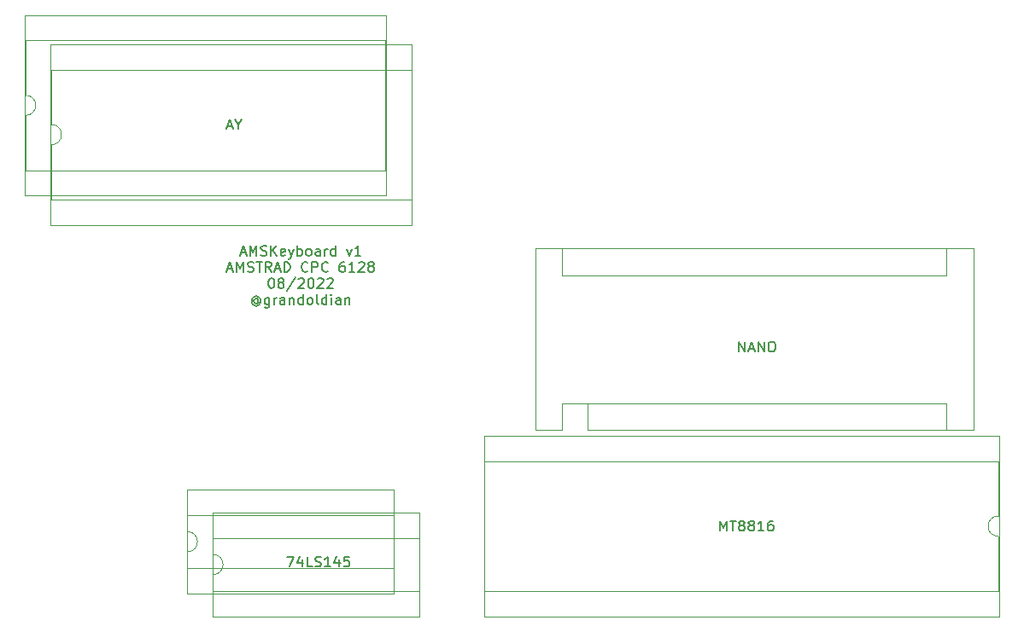
<source format=gbr>
%TF.GenerationSoftware,KiCad,Pcbnew,(6.0.0)*%
%TF.CreationDate,2022-08-27T02:03:40+01:00*%
%TF.ProjectId,AMSK6128r1,414d534b-3631-4323-9872-312e6b696361,rev?*%
%TF.SameCoordinates,Original*%
%TF.FileFunction,Legend,Top*%
%TF.FilePolarity,Positive*%
%FSLAX46Y46*%
G04 Gerber Fmt 4.6, Leading zero omitted, Abs format (unit mm)*
G04 Created by KiCad (PCBNEW (6.0.0)) date 2022-08-27 02:03:40*
%MOMM*%
%LPD*%
G01*
G04 APERTURE LIST*
%ADD10C,0.150000*%
%ADD11C,0.120000*%
G04 APERTURE END LIST*
D10*
X140986095Y-67508380D02*
X140986095Y-66508380D01*
X141557523Y-67508380D01*
X141557523Y-66508380D01*
X141986095Y-67222666D02*
X142462285Y-67222666D01*
X141890857Y-67508380D02*
X142224190Y-66508380D01*
X142557523Y-67508380D01*
X142890857Y-67508380D02*
X142890857Y-66508380D01*
X143462285Y-67508380D01*
X143462285Y-66508380D01*
X144128952Y-66508380D02*
X144319428Y-66508380D01*
X144414666Y-66556000D01*
X144509904Y-66651238D01*
X144557523Y-66841714D01*
X144557523Y-67175047D01*
X144509904Y-67365523D01*
X144414666Y-67460761D01*
X144319428Y-67508380D01*
X144128952Y-67508380D01*
X144033714Y-67460761D01*
X143938476Y-67365523D01*
X143890857Y-67175047D01*
X143890857Y-66841714D01*
X143938476Y-66651238D01*
X144033714Y-66556000D01*
X144128952Y-66508380D01*
X90265333Y-45124666D02*
X90741523Y-45124666D01*
X90170095Y-45410380D02*
X90503428Y-44410380D01*
X90836761Y-45410380D01*
X91360571Y-44934190D02*
X91360571Y-45410380D01*
X91027238Y-44410380D02*
X91360571Y-44934190D01*
X91693904Y-44410380D01*
X91583619Y-57695666D02*
X92059809Y-57695666D01*
X91488380Y-57981380D02*
X91821714Y-56981380D01*
X92155047Y-57981380D01*
X92488380Y-57981380D02*
X92488380Y-56981380D01*
X92821714Y-57695666D01*
X93155047Y-56981380D01*
X93155047Y-57981380D01*
X93583619Y-57933761D02*
X93726476Y-57981380D01*
X93964571Y-57981380D01*
X94059809Y-57933761D01*
X94107428Y-57886142D01*
X94155047Y-57790904D01*
X94155047Y-57695666D01*
X94107428Y-57600428D01*
X94059809Y-57552809D01*
X93964571Y-57505190D01*
X93774095Y-57457571D01*
X93678857Y-57409952D01*
X93631238Y-57362333D01*
X93583619Y-57267095D01*
X93583619Y-57171857D01*
X93631238Y-57076619D01*
X93678857Y-57029000D01*
X93774095Y-56981380D01*
X94012190Y-56981380D01*
X94155047Y-57029000D01*
X94583619Y-57981380D02*
X94583619Y-56981380D01*
X95155047Y-57981380D02*
X94726476Y-57409952D01*
X95155047Y-56981380D02*
X94583619Y-57552809D01*
X95964571Y-57933761D02*
X95869333Y-57981380D01*
X95678857Y-57981380D01*
X95583619Y-57933761D01*
X95536000Y-57838523D01*
X95536000Y-57457571D01*
X95583619Y-57362333D01*
X95678857Y-57314714D01*
X95869333Y-57314714D01*
X95964571Y-57362333D01*
X96012190Y-57457571D01*
X96012190Y-57552809D01*
X95536000Y-57648047D01*
X96345523Y-57314714D02*
X96583619Y-57981380D01*
X96821714Y-57314714D02*
X96583619Y-57981380D01*
X96488380Y-58219476D01*
X96440761Y-58267095D01*
X96345523Y-58314714D01*
X97202666Y-57981380D02*
X97202666Y-56981380D01*
X97202666Y-57362333D02*
X97297904Y-57314714D01*
X97488380Y-57314714D01*
X97583619Y-57362333D01*
X97631238Y-57409952D01*
X97678857Y-57505190D01*
X97678857Y-57790904D01*
X97631238Y-57886142D01*
X97583619Y-57933761D01*
X97488380Y-57981380D01*
X97297904Y-57981380D01*
X97202666Y-57933761D01*
X98250285Y-57981380D02*
X98155047Y-57933761D01*
X98107428Y-57886142D01*
X98059809Y-57790904D01*
X98059809Y-57505190D01*
X98107428Y-57409952D01*
X98155047Y-57362333D01*
X98250285Y-57314714D01*
X98393142Y-57314714D01*
X98488380Y-57362333D01*
X98536000Y-57409952D01*
X98583619Y-57505190D01*
X98583619Y-57790904D01*
X98536000Y-57886142D01*
X98488380Y-57933761D01*
X98393142Y-57981380D01*
X98250285Y-57981380D01*
X99440761Y-57981380D02*
X99440761Y-57457571D01*
X99393142Y-57362333D01*
X99297904Y-57314714D01*
X99107428Y-57314714D01*
X99012190Y-57362333D01*
X99440761Y-57933761D02*
X99345523Y-57981380D01*
X99107428Y-57981380D01*
X99012190Y-57933761D01*
X98964571Y-57838523D01*
X98964571Y-57743285D01*
X99012190Y-57648047D01*
X99107428Y-57600428D01*
X99345523Y-57600428D01*
X99440761Y-57552809D01*
X99916952Y-57981380D02*
X99916952Y-57314714D01*
X99916952Y-57505190D02*
X99964571Y-57409952D01*
X100012190Y-57362333D01*
X100107428Y-57314714D01*
X100202666Y-57314714D01*
X100964571Y-57981380D02*
X100964571Y-56981380D01*
X100964571Y-57933761D02*
X100869333Y-57981380D01*
X100678857Y-57981380D01*
X100583619Y-57933761D01*
X100536000Y-57886142D01*
X100488380Y-57790904D01*
X100488380Y-57505190D01*
X100536000Y-57409952D01*
X100583619Y-57362333D01*
X100678857Y-57314714D01*
X100869333Y-57314714D01*
X100964571Y-57362333D01*
X102107428Y-57314714D02*
X102345523Y-57981380D01*
X102583619Y-57314714D01*
X103488380Y-57981380D02*
X102916952Y-57981380D01*
X103202666Y-57981380D02*
X103202666Y-56981380D01*
X103107428Y-57124238D01*
X103012190Y-57219476D01*
X102916952Y-57267095D01*
X90274095Y-59305666D02*
X90750285Y-59305666D01*
X90178857Y-59591380D02*
X90512190Y-58591380D01*
X90845523Y-59591380D01*
X91178857Y-59591380D02*
X91178857Y-58591380D01*
X91512190Y-59305666D01*
X91845523Y-58591380D01*
X91845523Y-59591380D01*
X92274095Y-59543761D02*
X92416952Y-59591380D01*
X92655047Y-59591380D01*
X92750285Y-59543761D01*
X92797904Y-59496142D01*
X92845523Y-59400904D01*
X92845523Y-59305666D01*
X92797904Y-59210428D01*
X92750285Y-59162809D01*
X92655047Y-59115190D01*
X92464571Y-59067571D01*
X92369333Y-59019952D01*
X92321714Y-58972333D01*
X92274095Y-58877095D01*
X92274095Y-58781857D01*
X92321714Y-58686619D01*
X92369333Y-58639000D01*
X92464571Y-58591380D01*
X92702666Y-58591380D01*
X92845523Y-58639000D01*
X93131238Y-58591380D02*
X93702666Y-58591380D01*
X93416952Y-59591380D02*
X93416952Y-58591380D01*
X94607428Y-59591380D02*
X94274095Y-59115190D01*
X94036000Y-59591380D02*
X94036000Y-58591380D01*
X94416952Y-58591380D01*
X94512190Y-58639000D01*
X94559809Y-58686619D01*
X94607428Y-58781857D01*
X94607428Y-58924714D01*
X94559809Y-59019952D01*
X94512190Y-59067571D01*
X94416952Y-59115190D01*
X94036000Y-59115190D01*
X94988380Y-59305666D02*
X95464571Y-59305666D01*
X94893142Y-59591380D02*
X95226476Y-58591380D01*
X95559809Y-59591380D01*
X95893142Y-59591380D02*
X95893142Y-58591380D01*
X96131238Y-58591380D01*
X96274095Y-58639000D01*
X96369333Y-58734238D01*
X96416952Y-58829476D01*
X96464571Y-59019952D01*
X96464571Y-59162809D01*
X96416952Y-59353285D01*
X96369333Y-59448523D01*
X96274095Y-59543761D01*
X96131238Y-59591380D01*
X95893142Y-59591380D01*
X98226476Y-59496142D02*
X98178857Y-59543761D01*
X98036000Y-59591380D01*
X97940761Y-59591380D01*
X97797904Y-59543761D01*
X97702666Y-59448523D01*
X97655047Y-59353285D01*
X97607428Y-59162809D01*
X97607428Y-59019952D01*
X97655047Y-58829476D01*
X97702666Y-58734238D01*
X97797904Y-58639000D01*
X97940761Y-58591380D01*
X98036000Y-58591380D01*
X98178857Y-58639000D01*
X98226476Y-58686619D01*
X98655047Y-59591380D02*
X98655047Y-58591380D01*
X99036000Y-58591380D01*
X99131238Y-58639000D01*
X99178857Y-58686619D01*
X99226476Y-58781857D01*
X99226476Y-58924714D01*
X99178857Y-59019952D01*
X99131238Y-59067571D01*
X99036000Y-59115190D01*
X98655047Y-59115190D01*
X100226476Y-59496142D02*
X100178857Y-59543761D01*
X100036000Y-59591380D01*
X99940761Y-59591380D01*
X99797904Y-59543761D01*
X99702666Y-59448523D01*
X99655047Y-59353285D01*
X99607428Y-59162809D01*
X99607428Y-59019952D01*
X99655047Y-58829476D01*
X99702666Y-58734238D01*
X99797904Y-58639000D01*
X99940761Y-58591380D01*
X100036000Y-58591380D01*
X100178857Y-58639000D01*
X100226476Y-58686619D01*
X101845523Y-58591380D02*
X101655047Y-58591380D01*
X101559809Y-58639000D01*
X101512190Y-58686619D01*
X101416952Y-58829476D01*
X101369333Y-59019952D01*
X101369333Y-59400904D01*
X101416952Y-59496142D01*
X101464571Y-59543761D01*
X101559809Y-59591380D01*
X101750285Y-59591380D01*
X101845523Y-59543761D01*
X101893142Y-59496142D01*
X101940761Y-59400904D01*
X101940761Y-59162809D01*
X101893142Y-59067571D01*
X101845523Y-59019952D01*
X101750285Y-58972333D01*
X101559809Y-58972333D01*
X101464571Y-59019952D01*
X101416952Y-59067571D01*
X101369333Y-59162809D01*
X102893142Y-59591380D02*
X102321714Y-59591380D01*
X102607428Y-59591380D02*
X102607428Y-58591380D01*
X102512190Y-58734238D01*
X102416952Y-58829476D01*
X102321714Y-58877095D01*
X103274095Y-58686619D02*
X103321714Y-58639000D01*
X103416952Y-58591380D01*
X103655047Y-58591380D01*
X103750285Y-58639000D01*
X103797904Y-58686619D01*
X103845523Y-58781857D01*
X103845523Y-58877095D01*
X103797904Y-59019952D01*
X103226476Y-59591380D01*
X103845523Y-59591380D01*
X104416952Y-59019952D02*
X104321714Y-58972333D01*
X104274095Y-58924714D01*
X104226476Y-58829476D01*
X104226476Y-58781857D01*
X104274095Y-58686619D01*
X104321714Y-58639000D01*
X104416952Y-58591380D01*
X104607428Y-58591380D01*
X104702666Y-58639000D01*
X104750285Y-58686619D01*
X104797904Y-58781857D01*
X104797904Y-58829476D01*
X104750285Y-58924714D01*
X104702666Y-58972333D01*
X104607428Y-59019952D01*
X104416952Y-59019952D01*
X104321714Y-59067571D01*
X104274095Y-59115190D01*
X104226476Y-59210428D01*
X104226476Y-59400904D01*
X104274095Y-59496142D01*
X104321714Y-59543761D01*
X104416952Y-59591380D01*
X104607428Y-59591380D01*
X104702666Y-59543761D01*
X104750285Y-59496142D01*
X104797904Y-59400904D01*
X104797904Y-59210428D01*
X104750285Y-59115190D01*
X104702666Y-59067571D01*
X104607428Y-59019952D01*
X94583619Y-60201380D02*
X94678857Y-60201380D01*
X94774095Y-60249000D01*
X94821714Y-60296619D01*
X94869333Y-60391857D01*
X94916952Y-60582333D01*
X94916952Y-60820428D01*
X94869333Y-61010904D01*
X94821714Y-61106142D01*
X94774095Y-61153761D01*
X94678857Y-61201380D01*
X94583619Y-61201380D01*
X94488380Y-61153761D01*
X94440761Y-61106142D01*
X94393142Y-61010904D01*
X94345523Y-60820428D01*
X94345523Y-60582333D01*
X94393142Y-60391857D01*
X94440761Y-60296619D01*
X94488380Y-60249000D01*
X94583619Y-60201380D01*
X95488380Y-60629952D02*
X95393142Y-60582333D01*
X95345523Y-60534714D01*
X95297904Y-60439476D01*
X95297904Y-60391857D01*
X95345523Y-60296619D01*
X95393142Y-60249000D01*
X95488380Y-60201380D01*
X95678857Y-60201380D01*
X95774095Y-60249000D01*
X95821714Y-60296619D01*
X95869333Y-60391857D01*
X95869333Y-60439476D01*
X95821714Y-60534714D01*
X95774095Y-60582333D01*
X95678857Y-60629952D01*
X95488380Y-60629952D01*
X95393142Y-60677571D01*
X95345523Y-60725190D01*
X95297904Y-60820428D01*
X95297904Y-61010904D01*
X95345523Y-61106142D01*
X95393142Y-61153761D01*
X95488380Y-61201380D01*
X95678857Y-61201380D01*
X95774095Y-61153761D01*
X95821714Y-61106142D01*
X95869333Y-61010904D01*
X95869333Y-60820428D01*
X95821714Y-60725190D01*
X95774095Y-60677571D01*
X95678857Y-60629952D01*
X97012190Y-60153761D02*
X96155047Y-61439476D01*
X97297904Y-60296619D02*
X97345523Y-60249000D01*
X97440761Y-60201380D01*
X97678857Y-60201380D01*
X97774095Y-60249000D01*
X97821714Y-60296619D01*
X97869333Y-60391857D01*
X97869333Y-60487095D01*
X97821714Y-60629952D01*
X97250285Y-61201380D01*
X97869333Y-61201380D01*
X98488380Y-60201380D02*
X98583619Y-60201380D01*
X98678857Y-60249000D01*
X98726476Y-60296619D01*
X98774095Y-60391857D01*
X98821714Y-60582333D01*
X98821714Y-60820428D01*
X98774095Y-61010904D01*
X98726476Y-61106142D01*
X98678857Y-61153761D01*
X98583619Y-61201380D01*
X98488380Y-61201380D01*
X98393142Y-61153761D01*
X98345523Y-61106142D01*
X98297904Y-61010904D01*
X98250285Y-60820428D01*
X98250285Y-60582333D01*
X98297904Y-60391857D01*
X98345523Y-60296619D01*
X98393142Y-60249000D01*
X98488380Y-60201380D01*
X99202666Y-60296619D02*
X99250285Y-60249000D01*
X99345523Y-60201380D01*
X99583619Y-60201380D01*
X99678857Y-60249000D01*
X99726476Y-60296619D01*
X99774095Y-60391857D01*
X99774095Y-60487095D01*
X99726476Y-60629952D01*
X99155047Y-61201380D01*
X99774095Y-61201380D01*
X100155047Y-60296619D02*
X100202666Y-60249000D01*
X100297904Y-60201380D01*
X100536000Y-60201380D01*
X100631238Y-60249000D01*
X100678857Y-60296619D01*
X100726476Y-60391857D01*
X100726476Y-60487095D01*
X100678857Y-60629952D01*
X100107428Y-61201380D01*
X100726476Y-61201380D01*
X93321714Y-62335190D02*
X93274095Y-62287571D01*
X93178857Y-62239952D01*
X93083619Y-62239952D01*
X92988380Y-62287571D01*
X92940761Y-62335190D01*
X92893142Y-62430428D01*
X92893142Y-62525666D01*
X92940761Y-62620904D01*
X92988380Y-62668523D01*
X93083619Y-62716142D01*
X93178857Y-62716142D01*
X93274095Y-62668523D01*
X93321714Y-62620904D01*
X93321714Y-62239952D02*
X93321714Y-62620904D01*
X93369333Y-62668523D01*
X93416952Y-62668523D01*
X93512190Y-62620904D01*
X93559809Y-62525666D01*
X93559809Y-62287571D01*
X93464571Y-62144714D01*
X93321714Y-62049476D01*
X93131238Y-62001857D01*
X92940761Y-62049476D01*
X92797904Y-62144714D01*
X92702666Y-62287571D01*
X92655047Y-62478047D01*
X92702666Y-62668523D01*
X92797904Y-62811380D01*
X92940761Y-62906619D01*
X93131238Y-62954238D01*
X93321714Y-62906619D01*
X93464571Y-62811380D01*
X94416952Y-62144714D02*
X94416952Y-62954238D01*
X94369333Y-63049476D01*
X94321714Y-63097095D01*
X94226476Y-63144714D01*
X94083619Y-63144714D01*
X93988380Y-63097095D01*
X94416952Y-62763761D02*
X94321714Y-62811380D01*
X94131238Y-62811380D01*
X94036000Y-62763761D01*
X93988380Y-62716142D01*
X93940761Y-62620904D01*
X93940761Y-62335190D01*
X93988380Y-62239952D01*
X94036000Y-62192333D01*
X94131238Y-62144714D01*
X94321714Y-62144714D01*
X94416952Y-62192333D01*
X94893142Y-62811380D02*
X94893142Y-62144714D01*
X94893142Y-62335190D02*
X94940761Y-62239952D01*
X94988380Y-62192333D01*
X95083619Y-62144714D01*
X95178857Y-62144714D01*
X95940761Y-62811380D02*
X95940761Y-62287571D01*
X95893142Y-62192333D01*
X95797904Y-62144714D01*
X95607428Y-62144714D01*
X95512190Y-62192333D01*
X95940761Y-62763761D02*
X95845523Y-62811380D01*
X95607428Y-62811380D01*
X95512190Y-62763761D01*
X95464571Y-62668523D01*
X95464571Y-62573285D01*
X95512190Y-62478047D01*
X95607428Y-62430428D01*
X95845523Y-62430428D01*
X95940761Y-62382809D01*
X96416952Y-62144714D02*
X96416952Y-62811380D01*
X96416952Y-62239952D02*
X96464571Y-62192333D01*
X96559809Y-62144714D01*
X96702666Y-62144714D01*
X96797904Y-62192333D01*
X96845523Y-62287571D01*
X96845523Y-62811380D01*
X97750285Y-62811380D02*
X97750285Y-61811380D01*
X97750285Y-62763761D02*
X97655047Y-62811380D01*
X97464571Y-62811380D01*
X97369333Y-62763761D01*
X97321714Y-62716142D01*
X97274095Y-62620904D01*
X97274095Y-62335190D01*
X97321714Y-62239952D01*
X97369333Y-62192333D01*
X97464571Y-62144714D01*
X97655047Y-62144714D01*
X97750285Y-62192333D01*
X98369333Y-62811380D02*
X98274095Y-62763761D01*
X98226476Y-62716142D01*
X98178857Y-62620904D01*
X98178857Y-62335190D01*
X98226476Y-62239952D01*
X98274095Y-62192333D01*
X98369333Y-62144714D01*
X98512190Y-62144714D01*
X98607428Y-62192333D01*
X98655047Y-62239952D01*
X98702666Y-62335190D01*
X98702666Y-62620904D01*
X98655047Y-62716142D01*
X98607428Y-62763761D01*
X98512190Y-62811380D01*
X98369333Y-62811380D01*
X99274095Y-62811380D02*
X99178857Y-62763761D01*
X99131238Y-62668523D01*
X99131238Y-61811380D01*
X100083619Y-62811380D02*
X100083619Y-61811380D01*
X100083619Y-62763761D02*
X99988380Y-62811380D01*
X99797904Y-62811380D01*
X99702666Y-62763761D01*
X99655047Y-62716142D01*
X99607428Y-62620904D01*
X99607428Y-62335190D01*
X99655047Y-62239952D01*
X99702666Y-62192333D01*
X99797904Y-62144714D01*
X99988380Y-62144714D01*
X100083619Y-62192333D01*
X100559809Y-62811380D02*
X100559809Y-62144714D01*
X100559809Y-61811380D02*
X100512190Y-61859000D01*
X100559809Y-61906619D01*
X100607428Y-61859000D01*
X100559809Y-61811380D01*
X100559809Y-61906619D01*
X101464571Y-62811380D02*
X101464571Y-62287571D01*
X101416952Y-62192333D01*
X101321714Y-62144714D01*
X101131238Y-62144714D01*
X101036000Y-62192333D01*
X101464571Y-62763761D02*
X101369333Y-62811380D01*
X101131238Y-62811380D01*
X101036000Y-62763761D01*
X100988380Y-62668523D01*
X100988380Y-62573285D01*
X101036000Y-62478047D01*
X101131238Y-62430428D01*
X101369333Y-62430428D01*
X101464571Y-62382809D01*
X101940761Y-62144714D02*
X101940761Y-62811380D01*
X101940761Y-62239952D02*
X101988380Y-62192333D01*
X102083619Y-62144714D01*
X102226476Y-62144714D01*
X102321714Y-62192333D01*
X102369333Y-62287571D01*
X102369333Y-62811380D01*
X139112952Y-85288380D02*
X139112952Y-84288380D01*
X139446285Y-85002666D01*
X139779619Y-84288380D01*
X139779619Y-85288380D01*
X140112952Y-84288380D02*
X140684380Y-84288380D01*
X140398666Y-85288380D02*
X140398666Y-84288380D01*
X141160571Y-84716952D02*
X141065333Y-84669333D01*
X141017714Y-84621714D01*
X140970095Y-84526476D01*
X140970095Y-84478857D01*
X141017714Y-84383619D01*
X141065333Y-84336000D01*
X141160571Y-84288380D01*
X141351047Y-84288380D01*
X141446285Y-84336000D01*
X141493904Y-84383619D01*
X141541523Y-84478857D01*
X141541523Y-84526476D01*
X141493904Y-84621714D01*
X141446285Y-84669333D01*
X141351047Y-84716952D01*
X141160571Y-84716952D01*
X141065333Y-84764571D01*
X141017714Y-84812190D01*
X140970095Y-84907428D01*
X140970095Y-85097904D01*
X141017714Y-85193142D01*
X141065333Y-85240761D01*
X141160571Y-85288380D01*
X141351047Y-85288380D01*
X141446285Y-85240761D01*
X141493904Y-85193142D01*
X141541523Y-85097904D01*
X141541523Y-84907428D01*
X141493904Y-84812190D01*
X141446285Y-84764571D01*
X141351047Y-84716952D01*
X142112952Y-84716952D02*
X142017714Y-84669333D01*
X141970095Y-84621714D01*
X141922476Y-84526476D01*
X141922476Y-84478857D01*
X141970095Y-84383619D01*
X142017714Y-84336000D01*
X142112952Y-84288380D01*
X142303428Y-84288380D01*
X142398666Y-84336000D01*
X142446285Y-84383619D01*
X142493904Y-84478857D01*
X142493904Y-84526476D01*
X142446285Y-84621714D01*
X142398666Y-84669333D01*
X142303428Y-84716952D01*
X142112952Y-84716952D01*
X142017714Y-84764571D01*
X141970095Y-84812190D01*
X141922476Y-84907428D01*
X141922476Y-85097904D01*
X141970095Y-85193142D01*
X142017714Y-85240761D01*
X142112952Y-85288380D01*
X142303428Y-85288380D01*
X142398666Y-85240761D01*
X142446285Y-85193142D01*
X142493904Y-85097904D01*
X142493904Y-84907428D01*
X142446285Y-84812190D01*
X142398666Y-84764571D01*
X142303428Y-84716952D01*
X143446285Y-85288380D02*
X142874857Y-85288380D01*
X143160571Y-85288380D02*
X143160571Y-84288380D01*
X143065333Y-84431238D01*
X142970095Y-84526476D01*
X142874857Y-84574095D01*
X144303428Y-84288380D02*
X144112952Y-84288380D01*
X144017714Y-84336000D01*
X143970095Y-84383619D01*
X143874857Y-84526476D01*
X143827238Y-84716952D01*
X143827238Y-85097904D01*
X143874857Y-85193142D01*
X143922476Y-85240761D01*
X144017714Y-85288380D01*
X144208190Y-85288380D01*
X144303428Y-85240761D01*
X144351047Y-85193142D01*
X144398666Y-85097904D01*
X144398666Y-84859809D01*
X144351047Y-84764571D01*
X144303428Y-84716952D01*
X144208190Y-84669333D01*
X144017714Y-84669333D01*
X143922476Y-84716952D01*
X143874857Y-84764571D01*
X143827238Y-84859809D01*
X96194952Y-87844380D02*
X96861619Y-87844380D01*
X96433047Y-88844380D01*
X97671142Y-88177714D02*
X97671142Y-88844380D01*
X97433047Y-87796761D02*
X97194952Y-88511047D01*
X97814000Y-88511047D01*
X98671142Y-88844380D02*
X98194952Y-88844380D01*
X98194952Y-87844380D01*
X98956857Y-88796761D02*
X99099714Y-88844380D01*
X99337809Y-88844380D01*
X99433047Y-88796761D01*
X99480666Y-88749142D01*
X99528285Y-88653904D01*
X99528285Y-88558666D01*
X99480666Y-88463428D01*
X99433047Y-88415809D01*
X99337809Y-88368190D01*
X99147333Y-88320571D01*
X99052095Y-88272952D01*
X99004476Y-88225333D01*
X98956857Y-88130095D01*
X98956857Y-88034857D01*
X99004476Y-87939619D01*
X99052095Y-87892000D01*
X99147333Y-87844380D01*
X99385428Y-87844380D01*
X99528285Y-87892000D01*
X100480666Y-88844380D02*
X99909238Y-88844380D01*
X100194952Y-88844380D02*
X100194952Y-87844380D01*
X100099714Y-87987238D01*
X100004476Y-88082476D01*
X99909238Y-88130095D01*
X101337809Y-88177714D02*
X101337809Y-88844380D01*
X101099714Y-87796761D02*
X100861619Y-88511047D01*
X101480666Y-88511047D01*
X102337809Y-87844380D02*
X101861619Y-87844380D01*
X101814000Y-88320571D01*
X101861619Y-88272952D01*
X101956857Y-88225333D01*
X102194952Y-88225333D01*
X102290190Y-88272952D01*
X102337809Y-88320571D01*
X102385428Y-88415809D01*
X102385428Y-88653904D01*
X102337809Y-88749142D01*
X102290190Y-88796761D01*
X102194952Y-88844380D01*
X101956857Y-88844380D01*
X101861619Y-88796761D01*
X101814000Y-88749142D01*
D11*
%TO.C,U1*%
X88830000Y-91286000D02*
X109270000Y-91286000D01*
X88770000Y-83496000D02*
X88770000Y-93776000D01*
X109330000Y-93776000D02*
X109330000Y-83496000D01*
X88830000Y-85986000D02*
X88830000Y-87636000D01*
X109270000Y-91286000D02*
X109270000Y-85986000D01*
X88830000Y-89636000D02*
X88830000Y-91286000D01*
X88770000Y-93776000D02*
X109330000Y-93776000D01*
X109270000Y-85986000D02*
X88830000Y-85986000D01*
X109330000Y-83496000D02*
X88770000Y-83496000D01*
X88830000Y-89636000D02*
G75*
G03*
X88830000Y-87636000I0J1000000D01*
G01*
%TO.C,U4*%
X123444000Y-59934000D02*
X161544000Y-59934000D01*
X161544000Y-72634000D02*
X161544000Y-75304000D01*
X125984000Y-72634000D02*
X161544000Y-72634000D01*
X120774000Y-75304000D02*
X123444000Y-75304000D01*
X123444000Y-72634000D02*
X123444000Y-75304000D01*
X125984000Y-72634000D02*
X123444000Y-72634000D01*
X120774000Y-57264000D02*
X120774000Y-75304000D01*
X164214000Y-57264000D02*
X120774000Y-57264000D01*
X125984000Y-72634000D02*
X125984000Y-75304000D01*
X164214000Y-75304000D02*
X164214000Y-57264000D01*
X161544000Y-59934000D02*
X161544000Y-57264000D01*
X125984000Y-75304000D02*
X164214000Y-75304000D01*
X123444000Y-59934000D02*
X123444000Y-57264000D01*
%TO.C,H2*%
X106790000Y-91515000D02*
X106790000Y-81235000D01*
X86290000Y-87375000D02*
X86290000Y-89025000D01*
X86290000Y-89025000D02*
X106730000Y-89025000D01*
X86290000Y-83725000D02*
X86290000Y-85375000D01*
X106730000Y-89025000D02*
X106730000Y-83725000D01*
X106790000Y-81235000D02*
X86230000Y-81235000D01*
X86230000Y-91515000D02*
X106790000Y-91515000D01*
X86230000Y-81235000D02*
X86230000Y-91515000D01*
X106730000Y-83725000D02*
X86290000Y-83725000D01*
X86290000Y-87375000D02*
G75*
G03*
X86290000Y-85375000I0J1000000D01*
G01*
%TO.C,H1*%
X105996000Y-34105000D02*
X70196000Y-34105000D01*
X70256000Y-49515000D02*
X105936000Y-49515000D01*
X105936000Y-36595000D02*
X70256000Y-36595000D01*
X105996000Y-52005000D02*
X105996000Y-34105000D01*
X70256000Y-36595000D02*
X70256000Y-42055000D01*
X70196000Y-52005000D02*
X105996000Y-52005000D01*
X70196000Y-34105000D02*
X70196000Y-52005000D01*
X70256000Y-44055000D02*
X70256000Y-49515000D01*
X105936000Y-49515000D02*
X105936000Y-36595000D01*
X70256000Y-44055000D02*
G75*
G03*
X70256000Y-42055000I0J1000000D01*
G01*
%TO.C,U2*%
X72816000Y-39504000D02*
X72816000Y-44964000D01*
X72756000Y-54914000D02*
X108556000Y-54914000D01*
X72756000Y-37014000D02*
X72756000Y-54914000D01*
X72816000Y-52424000D02*
X108496000Y-52424000D01*
X72816000Y-46964000D02*
X72816000Y-52424000D01*
X108496000Y-52424000D02*
X108496000Y-39504000D01*
X108496000Y-39504000D02*
X72816000Y-39504000D01*
X108556000Y-37014000D02*
X72756000Y-37014000D01*
X108556000Y-54914000D02*
X108556000Y-37014000D01*
X72816000Y-46964000D02*
G75*
G03*
X72816000Y-44964000I0J1000000D01*
G01*
%TO.C,U3*%
X166739000Y-93781000D02*
X166739000Y-75881000D01*
X166679000Y-91291000D02*
X166679000Y-85831000D01*
X166679000Y-83831000D02*
X166679000Y-78371000D01*
X115759000Y-91291000D02*
X166679000Y-91291000D01*
X115699000Y-75881000D02*
X115699000Y-93781000D01*
X166679000Y-78371000D02*
X115759000Y-78371000D01*
X166739000Y-75881000D02*
X115699000Y-75881000D01*
X115759000Y-78371000D02*
X115759000Y-91291000D01*
X115699000Y-93781000D02*
X166739000Y-93781000D01*
X166679000Y-83831000D02*
G75*
G03*
X166679000Y-85831000I0J-1000000D01*
G01*
%TD*%
M02*

</source>
